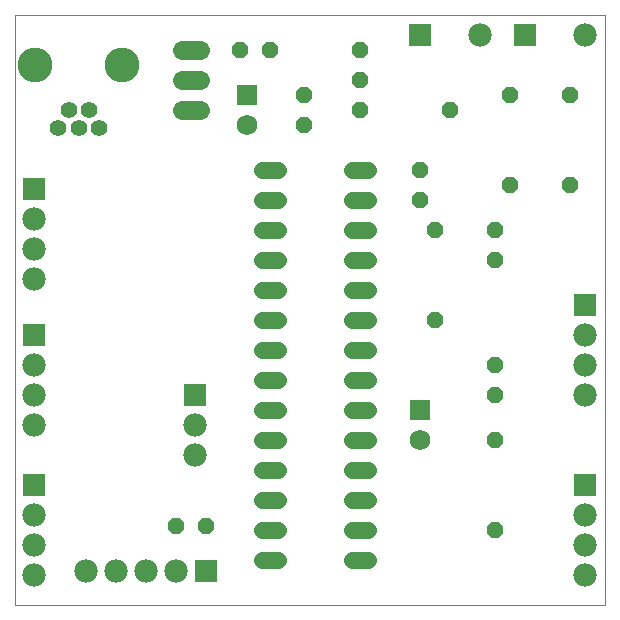
<source format=gbs>
G75*
G70*
%OFA0B0*%
%FSLAX24Y24*%
%IPPOS*%
%LPD*%
%AMOC8*
5,1,8,0,0,1.08239X$1,22.5*
%
%ADD10C,0.0000*%
%ADD11C,0.0560*%
%ADD12OC8,0.0560*%
%ADD13R,0.0780X0.0780*%
%ADD14C,0.0780*%
%ADD15C,0.0555*%
%ADD16C,0.1162*%
%ADD17R,0.0690X0.0690*%
%ADD18C,0.0690*%
%ADD19C,0.0640*%
D10*
X000181Y000685D02*
X000181Y020370D01*
X019866Y020370D01*
X019866Y000685D01*
X000181Y000685D01*
D11*
X008421Y002185D02*
X008941Y002185D01*
X008941Y003185D02*
X008421Y003185D01*
X008421Y004185D02*
X008941Y004185D01*
X008941Y005185D02*
X008421Y005185D01*
X008421Y006185D02*
X008941Y006185D01*
X008941Y007185D02*
X008421Y007185D01*
X008421Y008185D02*
X008941Y008185D01*
X008941Y009185D02*
X008421Y009185D01*
X008421Y010185D02*
X008941Y010185D01*
X008941Y011185D02*
X008421Y011185D01*
X008421Y012185D02*
X008941Y012185D01*
X008941Y013185D02*
X008421Y013185D01*
X008421Y014185D02*
X008941Y014185D01*
X008941Y015185D02*
X008421Y015185D01*
X011421Y015185D02*
X011941Y015185D01*
X011941Y014185D02*
X011421Y014185D01*
X011421Y013185D02*
X011941Y013185D01*
X011941Y012185D02*
X011421Y012185D01*
X011421Y011185D02*
X011941Y011185D01*
X011941Y010185D02*
X011421Y010185D01*
X011421Y009185D02*
X011941Y009185D01*
X011941Y008185D02*
X011421Y008185D01*
X011421Y007185D02*
X011941Y007185D01*
X011941Y006185D02*
X011421Y006185D01*
X011421Y005185D02*
X011941Y005185D01*
X011941Y004185D02*
X011421Y004185D01*
X011421Y003185D02*
X011941Y003185D01*
X011941Y002185D02*
X011421Y002185D01*
D12*
X016181Y003185D03*
X016181Y006185D03*
X016181Y007685D03*
X016181Y008685D03*
X014181Y010185D03*
X016181Y012185D03*
X016181Y013185D03*
X016681Y014685D03*
X018681Y014685D03*
X018681Y017685D03*
X016681Y017685D03*
X014681Y017185D03*
X013681Y015185D03*
X013681Y014185D03*
X014181Y013185D03*
X011681Y017185D03*
X011681Y018185D03*
X011681Y019185D03*
X009806Y017685D03*
X009806Y016685D03*
X008681Y019185D03*
X007681Y019185D03*
X006556Y003310D03*
X005556Y003310D03*
D13*
X006556Y001810D03*
X006181Y007685D03*
X000806Y009685D03*
X000806Y014560D03*
X000806Y004685D03*
X013681Y019685D03*
X017181Y019685D03*
X019181Y010685D03*
X019181Y004685D03*
D14*
X019181Y003685D03*
X019181Y002685D03*
X019181Y001685D03*
X019181Y007685D03*
X019181Y008685D03*
X019181Y009685D03*
X019181Y019685D03*
X015681Y019685D03*
X006181Y006685D03*
X006181Y005685D03*
X005556Y001810D03*
X004556Y001810D03*
X003556Y001810D03*
X002556Y001810D03*
X000806Y001685D03*
X000806Y002685D03*
X000806Y003685D03*
X000806Y006685D03*
X000806Y007685D03*
X000806Y008685D03*
X000806Y011560D03*
X000806Y012560D03*
X000806Y013560D03*
D15*
X001606Y016585D03*
X001976Y017205D03*
X002306Y016585D03*
X002976Y016585D03*
X002666Y017205D03*
D16*
X003743Y018685D03*
X000869Y018685D03*
D17*
X007931Y017685D03*
X013681Y007185D03*
D18*
X013681Y006185D03*
X007931Y016685D03*
D19*
X006356Y017185D02*
X005756Y017185D01*
X005756Y018185D02*
X006356Y018185D01*
X006356Y019185D02*
X005756Y019185D01*
M02*

</source>
